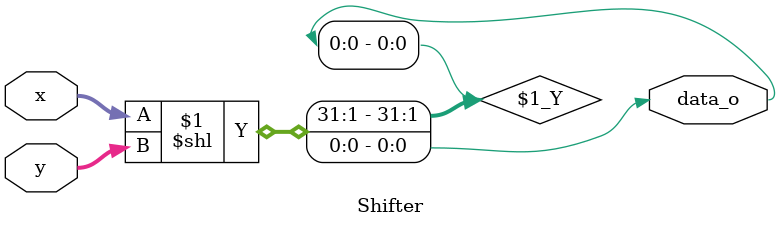
<source format=v>
module Shifter #(parameter width=32) (
	input	[width-1:0]	x, y,
	output 	 			data_o
);
	
	assign data_o = x << y;

endmodule

</source>
